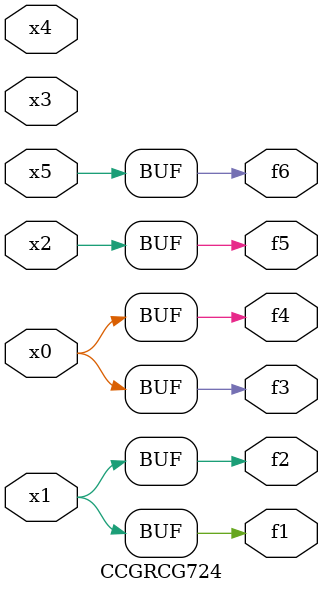
<source format=v>
module CCGRCG724(
	input x0, x1, x2, x3, x4, x5,
	output f1, f2, f3, f4, f5, f6
);
	assign f1 = x1;
	assign f2 = x1;
	assign f3 = x0;
	assign f4 = x0;
	assign f5 = x2;
	assign f6 = x5;
endmodule

</source>
